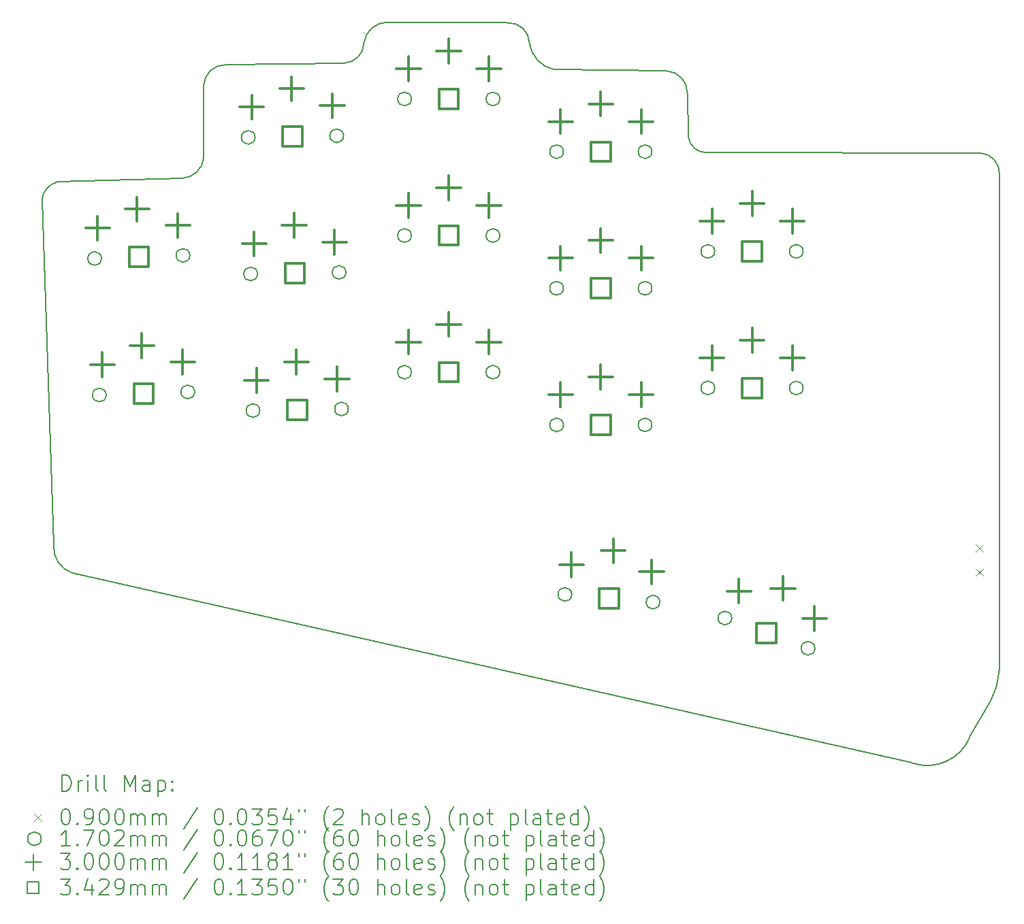
<source format=gbr>
%FSLAX45Y45*%
G04 Gerber Fmt 4.5, Leading zero omitted, Abs format (unit mm)*
G04 Created by KiCad (PCBNEW (6.0.4)) date 2022-05-15 06:34:34*
%MOMM*%
%LPD*%
G01*
G04 APERTURE LIST*
%TA.AperFunction,Profile*%
%ADD10C,0.150000*%
%TD*%
%ADD11C,0.200000*%
%ADD12C,0.090000*%
%ADD13C,0.170180*%
%ADD14C,0.300000*%
%ADD15C,0.342900*%
G04 APERTURE END LIST*
D10*
X6876071Y11748876D02*
X8349989Y11770082D01*
X12617390Y11393371D02*
G75*
G03*
X12363394Y11672771I-271530J8309D01*
G01*
X4777825Y10291467D02*
G75*
G03*
X4590315Y10069268I72865J-251707D01*
G01*
X4777824Y10291472D02*
X6337804Y10337803D01*
X10964034Y11689307D02*
X12363394Y11672771D01*
X10653483Y12016826D02*
G75*
G03*
X10964034Y11689307I386287J55284D01*
G01*
X16260102Y10651714D02*
X12862027Y10657058D01*
X12627814Y10859110D02*
G75*
G03*
X12862027Y10657058I222446J21080D01*
G01*
X8886230Y12279469D02*
X10376622Y12272233D01*
X15416015Y3060530D02*
G75*
G03*
X16129384Y3383688I183895J543010D01*
G01*
X15416016Y3060533D02*
X4965311Y5426860D01*
X4590315Y10069268D02*
X4737037Y5771464D01*
X4737036Y5771464D02*
G75*
G03*
X4965311Y5426860I338114J-23934D01*
G01*
X16390883Y3838022D02*
G75*
G03*
X16494826Y4216671I-780613J417878D01*
G01*
X8598719Y12147486D02*
X8598719Y12147486D01*
X6337803Y10337807D02*
G75*
G03*
X6603966Y10601430I-16014J282343D01*
G01*
X16494826Y4216671D02*
X16498230Y10381255D01*
X10653476Y12016825D02*
G75*
G03*
X10376622Y12272233I-257406J-1265D01*
G01*
X16129384Y3383688D02*
X16390883Y3838021D01*
X6603966Y11497686D02*
X6603966Y10601430D01*
X8349989Y11770083D02*
G75*
G03*
X8594801Y12020777I-11189J255807D01*
G01*
X12627819Y10859110D02*
X12617394Y11393371D01*
X16498224Y10381255D02*
G75*
G03*
X16260102Y10651714I-253545J16825D01*
G01*
X6876071Y11748877D02*
G75*
G03*
X6603966Y11497686I-8611J-263647D01*
G01*
X8886230Y12279468D02*
G75*
G03*
X8594801Y12020777I2030J-295788D01*
G01*
D11*
D12*
X16205014Y5779462D02*
X16295014Y5689462D01*
X16295014Y5779462D02*
X16205014Y5689462D01*
X16205014Y5479462D02*
X16295014Y5389462D01*
X16295014Y5479462D02*
X16205014Y5389462D01*
D13*
X5330978Y9339239D02*
G75*
G03*
X5330978Y9339239I-85090J0D01*
G01*
X5330978Y9339239D02*
G75*
G03*
X5330978Y9339239I-85090J0D01*
G01*
X5390307Y7640275D02*
G75*
G03*
X5390307Y7640275I-85090J0D01*
G01*
X5390307Y7640275D02*
G75*
G03*
X5390307Y7640275I-85090J0D01*
G01*
X6430308Y9377629D02*
G75*
G03*
X6430308Y9377629I-85090J0D01*
G01*
X6430308Y9377629D02*
G75*
G03*
X6430308Y9377629I-85090J0D01*
G01*
X6489637Y7678664D02*
G75*
G03*
X6489637Y7678664I-85090J0D01*
G01*
X6489637Y7678664D02*
G75*
G03*
X6489637Y7678664I-85090J0D01*
G01*
X7241509Y10846668D02*
G75*
G03*
X7241509Y10846668I-85090J0D01*
G01*
X7241509Y10846668D02*
G75*
G03*
X7241509Y10846668I-85090J0D01*
G01*
X7271178Y9146927D02*
G75*
G03*
X7271178Y9146927I-85090J0D01*
G01*
X7271178Y9146927D02*
G75*
G03*
X7271178Y9146927I-85090J0D01*
G01*
X7300847Y7447185D02*
G75*
G03*
X7300847Y7447185I-85090J0D01*
G01*
X7300847Y7447185D02*
G75*
G03*
X7300847Y7447185I-85090J0D01*
G01*
X8341341Y10865865D02*
G75*
G03*
X8341341Y10865865I-85090J0D01*
G01*
X8341341Y10865865D02*
G75*
G03*
X8341341Y10865865I-85090J0D01*
G01*
X8371010Y9166124D02*
G75*
G03*
X8371010Y9166124I-85090J0D01*
G01*
X8371010Y9166124D02*
G75*
G03*
X8371010Y9166124I-85090J0D01*
G01*
X8400679Y7466383D02*
G75*
G03*
X8400679Y7466383I-85090J0D01*
G01*
X8400679Y7466383D02*
G75*
G03*
X8400679Y7466383I-85090J0D01*
G01*
X9184672Y9624699D02*
G75*
G03*
X9184672Y9624699I-85090J0D01*
G01*
X9184672Y9624699D02*
G75*
G03*
X9184672Y9624699I-85090J0D01*
G01*
X9184672Y7924699D02*
G75*
G03*
X9184672Y7924699I-85090J0D01*
G01*
X9184672Y7924699D02*
G75*
G03*
X9184672Y7924699I-85090J0D01*
G01*
X9184672Y11324699D02*
G75*
G03*
X9184672Y11324699I-85090J0D01*
G01*
X9184672Y11324699D02*
G75*
G03*
X9184672Y11324699I-85090J0D01*
G01*
X10284672Y9624699D02*
G75*
G03*
X10284672Y9624699I-85090J0D01*
G01*
X10284672Y9624699D02*
G75*
G03*
X10284672Y9624699I-85090J0D01*
G01*
X10284672Y7924699D02*
G75*
G03*
X10284672Y7924699I-85090J0D01*
G01*
X10284672Y7924699D02*
G75*
G03*
X10284672Y7924699I-85090J0D01*
G01*
X10284672Y11324699D02*
G75*
G03*
X10284672Y11324699I-85090J0D01*
G01*
X10284672Y11324699D02*
G75*
G03*
X10284672Y11324699I-85090J0D01*
G01*
X11076199Y10668602D02*
G75*
G03*
X11076199Y10668602I-85090J0D01*
G01*
X11076199Y10668602D02*
G75*
G03*
X11076199Y10668602I-85090J0D01*
G01*
X11076199Y8968602D02*
G75*
G03*
X11076199Y8968602I-85090J0D01*
G01*
X11076199Y8968602D02*
G75*
G03*
X11076199Y8968602I-85090J0D01*
G01*
X11076199Y7268602D02*
G75*
G03*
X11076199Y7268602I-85090J0D01*
G01*
X11076199Y7268602D02*
G75*
G03*
X11076199Y7268602I-85090J0D01*
G01*
X11179291Y5159288D02*
G75*
G03*
X11179291Y5159288I-85090J0D01*
G01*
X11179291Y5159288D02*
G75*
G03*
X11179291Y5159288I-85090J0D01*
G01*
X12176199Y10668602D02*
G75*
G03*
X12176199Y10668602I-85090J0D01*
G01*
X12176199Y10668602D02*
G75*
G03*
X12176199Y10668602I-85090J0D01*
G01*
X12176199Y8968602D02*
G75*
G03*
X12176199Y8968602I-85090J0D01*
G01*
X12176199Y8968602D02*
G75*
G03*
X12176199Y8968602I-85090J0D01*
G01*
X12176199Y7268602D02*
G75*
G03*
X12176199Y7268602I-85090J0D01*
G01*
X12176199Y7268602D02*
G75*
G03*
X12176199Y7268602I-85090J0D01*
G01*
X12275105Y5063416D02*
G75*
G03*
X12275105Y5063416I-85090J0D01*
G01*
X12275105Y5063416D02*
G75*
G03*
X12275105Y5063416I-85090J0D01*
G01*
X12956918Y9427885D02*
G75*
G03*
X12956918Y9427885I-85090J0D01*
G01*
X12956918Y9427885D02*
G75*
G03*
X12956918Y9427885I-85090J0D01*
G01*
X12956918Y7727885D02*
G75*
G03*
X12956918Y7727885I-85090J0D01*
G01*
X12956918Y7727885D02*
G75*
G03*
X12956918Y7727885I-85090J0D01*
G01*
X13169301Y4865178D02*
G75*
G03*
X13169301Y4865178I-85090J0D01*
G01*
X13169301Y4865178D02*
G75*
G03*
X13169301Y4865178I-85090J0D01*
G01*
X14056918Y9427885D02*
G75*
G03*
X14056918Y9427885I-85090J0D01*
G01*
X14056918Y9427885D02*
G75*
G03*
X14056918Y9427885I-85090J0D01*
G01*
X14056918Y7727885D02*
G75*
G03*
X14056918Y7727885I-85090J0D01*
G01*
X14056918Y7727885D02*
G75*
G03*
X14056918Y7727885I-85090J0D01*
G01*
X14202963Y4488956D02*
G75*
G03*
X14202963Y4488956I-85090J0D01*
G01*
X14202963Y4488956D02*
G75*
G03*
X14202963Y4488956I-85090J0D01*
G01*
D14*
X5282770Y9865756D02*
X5282770Y9565756D01*
X5132770Y9715756D02*
X5432770Y9715756D01*
X5342099Y8166791D02*
X5342099Y7866791D01*
X5192099Y8016791D02*
X5492099Y8016791D01*
X5774788Y10103072D02*
X5774788Y9803072D01*
X5624788Y9953072D02*
X5924788Y9953072D01*
X5774788Y10103072D02*
X5774788Y9803072D01*
X5624788Y9953072D02*
X5924788Y9953072D01*
X5834117Y8404107D02*
X5834117Y8104107D01*
X5684117Y8254107D02*
X5984117Y8254107D01*
X5834117Y8404107D02*
X5834117Y8104107D01*
X5684117Y8254107D02*
X5984117Y8254107D01*
X6282161Y9900655D02*
X6282161Y9600655D01*
X6132161Y9750655D02*
X6432161Y9750655D01*
X6341490Y8201691D02*
X6341490Y7901691D01*
X6191490Y8051691D02*
X6491490Y8051691D01*
X7199866Y11372483D02*
X7199866Y11072483D01*
X7049866Y11222483D02*
X7349866Y11222483D01*
X7229535Y9672742D02*
X7229535Y9372742D01*
X7079535Y9522742D02*
X7379535Y9522742D01*
X7259205Y7973001D02*
X7259205Y7673001D01*
X7109205Y7823001D02*
X7409205Y7823001D01*
X7695951Y11601176D02*
X7695951Y11301176D01*
X7545951Y11451176D02*
X7845951Y11451176D01*
X7695951Y11601176D02*
X7695951Y11301176D01*
X7545951Y11451176D02*
X7845951Y11451176D01*
X7725620Y9901435D02*
X7725620Y9601435D01*
X7575620Y9751435D02*
X7875620Y9751435D01*
X7725620Y9901435D02*
X7725620Y9601435D01*
X7575620Y9751435D02*
X7875620Y9751435D01*
X7755289Y8201694D02*
X7755289Y7901694D01*
X7605289Y8051694D02*
X7905289Y8051694D01*
X7755289Y8201694D02*
X7755289Y7901694D01*
X7605289Y8051694D02*
X7905289Y8051694D01*
X8199714Y11389935D02*
X8199714Y11089935D01*
X8049714Y11239935D02*
X8349714Y11239935D01*
X8229383Y9690194D02*
X8229383Y9390194D01*
X8079383Y9540194D02*
X8379383Y9540194D01*
X8259052Y7990453D02*
X8259052Y7690453D01*
X8109052Y7840453D02*
X8409052Y7840453D01*
X9149582Y10149699D02*
X9149582Y9849699D01*
X8999582Y9999699D02*
X9299582Y9999699D01*
X9149582Y8449699D02*
X9149582Y8149699D01*
X8999582Y8299699D02*
X9299582Y8299699D01*
X9149582Y11849699D02*
X9149582Y11549699D01*
X8999582Y11699699D02*
X9299582Y11699699D01*
X9649582Y10369699D02*
X9649582Y10069699D01*
X9499582Y10219699D02*
X9799582Y10219699D01*
X9649582Y10369699D02*
X9649582Y10069699D01*
X9499582Y10219699D02*
X9799582Y10219699D01*
X9649582Y8669699D02*
X9649582Y8369699D01*
X9499582Y8519699D02*
X9799582Y8519699D01*
X9649582Y8669699D02*
X9649582Y8369699D01*
X9499582Y8519699D02*
X9799582Y8519699D01*
X9649582Y12069699D02*
X9649582Y11769699D01*
X9499582Y11919699D02*
X9799582Y11919699D01*
X9649582Y12069699D02*
X9649582Y11769699D01*
X9499582Y11919699D02*
X9799582Y11919699D01*
X10149582Y10149699D02*
X10149582Y9849699D01*
X9999582Y9999699D02*
X10299582Y9999699D01*
X10149582Y8449699D02*
X10149582Y8149699D01*
X9999582Y8299699D02*
X10299582Y8299699D01*
X10149582Y11849699D02*
X10149582Y11549699D01*
X9999582Y11699699D02*
X10299582Y11699699D01*
X11041109Y11193602D02*
X11041109Y10893602D01*
X10891109Y11043602D02*
X11191109Y11043602D01*
X11041109Y9493602D02*
X11041109Y9193602D01*
X10891109Y9343602D02*
X11191109Y9343602D01*
X11041109Y7793602D02*
X11041109Y7493602D01*
X10891109Y7643602D02*
X11191109Y7643602D01*
X11176695Y5678503D02*
X11176695Y5378503D01*
X11026695Y5528503D02*
X11326694Y5528503D01*
X11541109Y11413602D02*
X11541109Y11113602D01*
X11391109Y11263602D02*
X11691109Y11263602D01*
X11541109Y11413602D02*
X11541109Y11113602D01*
X11391109Y11263602D02*
X11691109Y11263602D01*
X11541109Y9713602D02*
X11541109Y9413602D01*
X11391109Y9563602D02*
X11691109Y9563602D01*
X11541109Y9713602D02*
X11541109Y9413602D01*
X11391109Y9563602D02*
X11691109Y9563602D01*
X11541109Y8013602D02*
X11541109Y7713602D01*
X11391109Y7863602D02*
X11691109Y7863602D01*
X11541109Y8013602D02*
X11541109Y7713602D01*
X11391109Y7863602D02*
X11691109Y7863602D01*
X11693966Y5854088D02*
X11693966Y5554088D01*
X11543966Y5704088D02*
X11843966Y5704088D01*
X11693966Y5854088D02*
X11693966Y5554088D01*
X11543966Y5704088D02*
X11843966Y5704088D01*
X12041109Y11193602D02*
X12041109Y10893602D01*
X11891109Y11043602D02*
X12191109Y11043602D01*
X12041109Y9493602D02*
X12041109Y9193602D01*
X11891109Y9343602D02*
X12191109Y9343602D01*
X12041109Y7793602D02*
X12041109Y7493602D01*
X11891109Y7643602D02*
X12191109Y7643602D01*
X12172889Y5591347D02*
X12172889Y5291347D01*
X12022889Y5441347D02*
X12322889Y5441347D01*
X12921828Y9952885D02*
X12921828Y9652885D01*
X12771828Y9802885D02*
X13071828Y9802885D01*
X12921828Y8252885D02*
X12921828Y7952885D01*
X12771828Y8102885D02*
X13071828Y8102885D01*
X13259453Y5350462D02*
X13259453Y5050462D01*
X13109453Y5200462D02*
X13409453Y5200462D01*
X13421828Y10172885D02*
X13421828Y9872885D01*
X13271828Y10022885D02*
X13571828Y10022885D01*
X13421828Y10172885D02*
X13421828Y9872885D01*
X13271828Y10022885D02*
X13571828Y10022885D01*
X13421828Y8472885D02*
X13421828Y8172885D01*
X13271828Y8322885D02*
X13571828Y8322885D01*
X13421828Y8472885D02*
X13421828Y8172885D01*
X13271828Y8322885D02*
X13571828Y8322885D01*
X13804544Y5386184D02*
X13804544Y5086184D01*
X13654544Y5236184D02*
X13954544Y5236184D01*
X13804544Y5386184D02*
X13804544Y5086184D01*
X13654544Y5236184D02*
X13954544Y5236184D01*
X13921828Y9952885D02*
X13921828Y9652885D01*
X13771828Y9802885D02*
X14071828Y9802885D01*
X13921828Y8252885D02*
X13921828Y7952885D01*
X13771828Y8102885D02*
X14071828Y8102885D01*
X14199146Y5008442D02*
X14199146Y4708442D01*
X14049146Y4858442D02*
X14349146Y4858442D01*
D15*
X5916787Y9237200D02*
X5916787Y9479669D01*
X5674318Y9479669D01*
X5674318Y9237200D01*
X5916787Y9237200D01*
X5916787Y9237200D02*
X5916787Y9479669D01*
X5674318Y9479669D01*
X5674318Y9237200D01*
X5916787Y9237200D01*
X5976117Y7538235D02*
X5976117Y7780704D01*
X5733647Y7780704D01*
X5733647Y7538235D01*
X5976117Y7538235D01*
X5976117Y7538235D02*
X5976117Y7780704D01*
X5733647Y7780704D01*
X5733647Y7538235D01*
X5976117Y7538235D01*
X7827569Y10735032D02*
X7827569Y10977501D01*
X7585100Y10977501D01*
X7585100Y10735032D01*
X7827569Y10735032D01*
X7827569Y10735032D02*
X7827569Y10977501D01*
X7585100Y10977501D01*
X7585100Y10735032D01*
X7827569Y10735032D01*
X7857239Y9035291D02*
X7857239Y9277760D01*
X7614769Y9277760D01*
X7614769Y9035291D01*
X7857239Y9035291D01*
X7857239Y9035291D02*
X7857239Y9277760D01*
X7614769Y9277760D01*
X7614769Y9035291D01*
X7857239Y9035291D01*
X7886908Y7335550D02*
X7886908Y7578019D01*
X7644439Y7578019D01*
X7644439Y7335550D01*
X7886908Y7335550D01*
X7886908Y7335550D02*
X7886908Y7578019D01*
X7644439Y7578019D01*
X7644439Y7335550D01*
X7886908Y7335550D01*
X9770816Y9503464D02*
X9770816Y9745934D01*
X9528347Y9745934D01*
X9528347Y9503464D01*
X9770816Y9503464D01*
X9770816Y9503464D02*
X9770816Y9745934D01*
X9528347Y9745934D01*
X9528347Y9503464D01*
X9770816Y9503464D01*
X9770816Y7803464D02*
X9770816Y8045933D01*
X9528347Y8045933D01*
X9528347Y7803464D01*
X9770816Y7803464D01*
X9770816Y7803464D02*
X9770816Y8045933D01*
X9528347Y8045933D01*
X9528347Y7803464D01*
X9770816Y7803464D01*
X9770816Y11203464D02*
X9770816Y11445933D01*
X9528347Y11445933D01*
X9528347Y11203464D01*
X9770816Y11203464D01*
X9770816Y11203464D02*
X9770816Y11445933D01*
X9528347Y11445933D01*
X9528347Y11203464D01*
X9770816Y11203464D01*
X11662343Y10547367D02*
X11662343Y10789836D01*
X11419874Y10789836D01*
X11419874Y10547367D01*
X11662343Y10547367D01*
X11662343Y10547367D02*
X11662343Y10789836D01*
X11419874Y10789836D01*
X11419874Y10547367D01*
X11662343Y10547367D01*
X11662343Y8847367D02*
X11662343Y9089836D01*
X11419874Y9089836D01*
X11419874Y8847367D01*
X11662343Y8847367D01*
X11662343Y8847367D02*
X11662343Y9089836D01*
X11419874Y9089836D01*
X11419874Y8847367D01*
X11662343Y8847367D01*
X11662343Y7147367D02*
X11662343Y7389836D01*
X11419874Y7389836D01*
X11419874Y7147367D01*
X11662343Y7147367D01*
X11662343Y7147367D02*
X11662343Y7389836D01*
X11419874Y7389836D01*
X11419874Y7147367D01*
X11662343Y7147367D01*
X11763343Y4990117D02*
X11763343Y5232587D01*
X11520874Y5232587D01*
X11520874Y4990117D01*
X11763343Y4990117D01*
X11763343Y4990117D02*
X11763343Y5232587D01*
X11520874Y5232587D01*
X11520874Y4990117D01*
X11763343Y4990117D01*
X13543063Y9306651D02*
X13543063Y9549120D01*
X13300593Y9549120D01*
X13300593Y9306651D01*
X13543063Y9306651D01*
X13543063Y9306651D02*
X13543063Y9549120D01*
X13300593Y9549120D01*
X13300593Y9306651D01*
X13543063Y9306651D01*
X13543063Y7606651D02*
X13543063Y7849120D01*
X13300593Y7849120D01*
X13300593Y7606651D01*
X13543063Y7606651D01*
X13543063Y7606651D02*
X13543063Y7849120D01*
X13300593Y7849120D01*
X13300593Y7606651D01*
X13543063Y7606651D01*
X13722276Y4555832D02*
X13722276Y4798302D01*
X13479807Y4798302D01*
X13479807Y4555832D01*
X13722276Y4555832D01*
X13722276Y4555832D02*
X13722276Y4798302D01*
X13479807Y4798302D01*
X13479807Y4555832D01*
X13722276Y4555832D01*
D11*
X4840434Y2712260D02*
X4840434Y2912260D01*
X4888053Y2912260D01*
X4916625Y2902736D01*
X4935673Y2883689D01*
X4945196Y2864641D01*
X4954720Y2826546D01*
X4954720Y2797974D01*
X4945196Y2759879D01*
X4935673Y2740832D01*
X4916625Y2721784D01*
X4888053Y2712260D01*
X4840434Y2712260D01*
X5040434Y2712260D02*
X5040434Y2845593D01*
X5040434Y2807498D02*
X5049958Y2826546D01*
X5059482Y2836070D01*
X5078530Y2845593D01*
X5097577Y2845593D01*
X5164244Y2712260D02*
X5164244Y2845593D01*
X5164244Y2912260D02*
X5154720Y2902736D01*
X5164244Y2893212D01*
X5173768Y2902736D01*
X5164244Y2912260D01*
X5164244Y2893212D01*
X5288053Y2712260D02*
X5269006Y2721784D01*
X5259482Y2740832D01*
X5259482Y2912260D01*
X5392815Y2712260D02*
X5373768Y2721784D01*
X5364244Y2740832D01*
X5364244Y2912260D01*
X5621387Y2712260D02*
X5621387Y2912260D01*
X5688053Y2769403D01*
X5754720Y2912260D01*
X5754720Y2712260D01*
X5935672Y2712260D02*
X5935672Y2817022D01*
X5926149Y2836070D01*
X5907101Y2845593D01*
X5869006Y2845593D01*
X5849958Y2836070D01*
X5935672Y2721784D02*
X5916625Y2712260D01*
X5869006Y2712260D01*
X5849958Y2721784D01*
X5840434Y2740832D01*
X5840434Y2759879D01*
X5849958Y2778927D01*
X5869006Y2788451D01*
X5916625Y2788451D01*
X5935672Y2797974D01*
X6030911Y2845593D02*
X6030911Y2645593D01*
X6030911Y2836070D02*
X6049958Y2845593D01*
X6088053Y2845593D01*
X6107101Y2836070D01*
X6116625Y2826546D01*
X6126149Y2807498D01*
X6126149Y2750355D01*
X6116625Y2731308D01*
X6107101Y2721784D01*
X6088053Y2712260D01*
X6049958Y2712260D01*
X6030911Y2721784D01*
X6211863Y2731308D02*
X6221387Y2721784D01*
X6211863Y2712260D01*
X6202339Y2721784D01*
X6211863Y2731308D01*
X6211863Y2712260D01*
X6211863Y2836070D02*
X6221387Y2826546D01*
X6211863Y2817022D01*
X6202339Y2826546D01*
X6211863Y2836070D01*
X6211863Y2817022D01*
D12*
X4492815Y2427736D02*
X4582815Y2337736D01*
X4582815Y2427736D02*
X4492815Y2337736D01*
D11*
X4878530Y2492260D02*
X4897577Y2492260D01*
X4916625Y2482736D01*
X4926149Y2473212D01*
X4935673Y2454165D01*
X4945196Y2416070D01*
X4945196Y2368451D01*
X4935673Y2330355D01*
X4926149Y2311308D01*
X4916625Y2301784D01*
X4897577Y2292260D01*
X4878530Y2292260D01*
X4859482Y2301784D01*
X4849958Y2311308D01*
X4840434Y2330355D01*
X4830911Y2368451D01*
X4830911Y2416070D01*
X4840434Y2454165D01*
X4849958Y2473212D01*
X4859482Y2482736D01*
X4878530Y2492260D01*
X5030911Y2311308D02*
X5040434Y2301784D01*
X5030911Y2292260D01*
X5021387Y2301784D01*
X5030911Y2311308D01*
X5030911Y2292260D01*
X5135673Y2292260D02*
X5173768Y2292260D01*
X5192815Y2301784D01*
X5202339Y2311308D01*
X5221387Y2339879D01*
X5230911Y2377974D01*
X5230911Y2454165D01*
X5221387Y2473212D01*
X5211863Y2482736D01*
X5192815Y2492260D01*
X5154720Y2492260D01*
X5135673Y2482736D01*
X5126149Y2473212D01*
X5116625Y2454165D01*
X5116625Y2406546D01*
X5126149Y2387498D01*
X5135673Y2377974D01*
X5154720Y2368451D01*
X5192815Y2368451D01*
X5211863Y2377974D01*
X5221387Y2387498D01*
X5230911Y2406546D01*
X5354720Y2492260D02*
X5373768Y2492260D01*
X5392815Y2482736D01*
X5402339Y2473212D01*
X5411863Y2454165D01*
X5421387Y2416070D01*
X5421387Y2368451D01*
X5411863Y2330355D01*
X5402339Y2311308D01*
X5392815Y2301784D01*
X5373768Y2292260D01*
X5354720Y2292260D01*
X5335673Y2301784D01*
X5326149Y2311308D01*
X5316625Y2330355D01*
X5307101Y2368451D01*
X5307101Y2416070D01*
X5316625Y2454165D01*
X5326149Y2473212D01*
X5335673Y2482736D01*
X5354720Y2492260D01*
X5545196Y2492260D02*
X5564244Y2492260D01*
X5583292Y2482736D01*
X5592815Y2473212D01*
X5602339Y2454165D01*
X5611863Y2416070D01*
X5611863Y2368451D01*
X5602339Y2330355D01*
X5592815Y2311308D01*
X5583292Y2301784D01*
X5564244Y2292260D01*
X5545196Y2292260D01*
X5526149Y2301784D01*
X5516625Y2311308D01*
X5507101Y2330355D01*
X5497577Y2368451D01*
X5497577Y2416070D01*
X5507101Y2454165D01*
X5516625Y2473212D01*
X5526149Y2482736D01*
X5545196Y2492260D01*
X5697577Y2292260D02*
X5697577Y2425593D01*
X5697577Y2406546D02*
X5707101Y2416070D01*
X5726149Y2425593D01*
X5754720Y2425593D01*
X5773768Y2416070D01*
X5783291Y2397022D01*
X5783291Y2292260D01*
X5783291Y2397022D02*
X5792815Y2416070D01*
X5811863Y2425593D01*
X5840434Y2425593D01*
X5859482Y2416070D01*
X5869006Y2397022D01*
X5869006Y2292260D01*
X5964244Y2292260D02*
X5964244Y2425593D01*
X5964244Y2406546D02*
X5973768Y2416070D01*
X5992815Y2425593D01*
X6021387Y2425593D01*
X6040434Y2416070D01*
X6049958Y2397022D01*
X6049958Y2292260D01*
X6049958Y2397022D02*
X6059482Y2416070D01*
X6078530Y2425593D01*
X6107101Y2425593D01*
X6126149Y2416070D01*
X6135672Y2397022D01*
X6135672Y2292260D01*
X6526149Y2501784D02*
X6354720Y2244641D01*
X6783291Y2492260D02*
X6802339Y2492260D01*
X6821387Y2482736D01*
X6830911Y2473212D01*
X6840434Y2454165D01*
X6849958Y2416070D01*
X6849958Y2368451D01*
X6840434Y2330355D01*
X6830911Y2311308D01*
X6821387Y2301784D01*
X6802339Y2292260D01*
X6783291Y2292260D01*
X6764244Y2301784D01*
X6754720Y2311308D01*
X6745196Y2330355D01*
X6735672Y2368451D01*
X6735672Y2416070D01*
X6745196Y2454165D01*
X6754720Y2473212D01*
X6764244Y2482736D01*
X6783291Y2492260D01*
X6935672Y2311308D02*
X6945196Y2301784D01*
X6935672Y2292260D01*
X6926149Y2301784D01*
X6935672Y2311308D01*
X6935672Y2292260D01*
X7069006Y2492260D02*
X7088053Y2492260D01*
X7107101Y2482736D01*
X7116625Y2473212D01*
X7126149Y2454165D01*
X7135672Y2416070D01*
X7135672Y2368451D01*
X7126149Y2330355D01*
X7116625Y2311308D01*
X7107101Y2301784D01*
X7088053Y2292260D01*
X7069006Y2292260D01*
X7049958Y2301784D01*
X7040434Y2311308D01*
X7030911Y2330355D01*
X7021387Y2368451D01*
X7021387Y2416070D01*
X7030911Y2454165D01*
X7040434Y2473212D01*
X7049958Y2482736D01*
X7069006Y2492260D01*
X7202339Y2492260D02*
X7326149Y2492260D01*
X7259482Y2416070D01*
X7288053Y2416070D01*
X7307101Y2406546D01*
X7316625Y2397022D01*
X7326149Y2377974D01*
X7326149Y2330355D01*
X7316625Y2311308D01*
X7307101Y2301784D01*
X7288053Y2292260D01*
X7230911Y2292260D01*
X7211863Y2301784D01*
X7202339Y2311308D01*
X7507101Y2492260D02*
X7411863Y2492260D01*
X7402339Y2397022D01*
X7411863Y2406546D01*
X7430911Y2416070D01*
X7478530Y2416070D01*
X7497577Y2406546D01*
X7507101Y2397022D01*
X7516625Y2377974D01*
X7516625Y2330355D01*
X7507101Y2311308D01*
X7497577Y2301784D01*
X7478530Y2292260D01*
X7430911Y2292260D01*
X7411863Y2301784D01*
X7402339Y2311308D01*
X7688053Y2425593D02*
X7688053Y2292260D01*
X7640434Y2501784D02*
X7592815Y2358927D01*
X7716625Y2358927D01*
X7783291Y2492260D02*
X7783291Y2454165D01*
X7859482Y2492260D02*
X7859482Y2454165D01*
X8154720Y2216070D02*
X8145196Y2225593D01*
X8126149Y2254165D01*
X8116625Y2273212D01*
X8107101Y2301784D01*
X8097577Y2349403D01*
X8097577Y2387498D01*
X8107101Y2435117D01*
X8116625Y2463689D01*
X8126149Y2482736D01*
X8145196Y2511308D01*
X8154720Y2520832D01*
X8221387Y2473212D02*
X8230911Y2482736D01*
X8249958Y2492260D01*
X8297577Y2492260D01*
X8316625Y2482736D01*
X8326149Y2473212D01*
X8335672Y2454165D01*
X8335672Y2435117D01*
X8326149Y2406546D01*
X8211863Y2292260D01*
X8335672Y2292260D01*
X8573768Y2292260D02*
X8573768Y2492260D01*
X8659482Y2292260D02*
X8659482Y2397022D01*
X8649958Y2416070D01*
X8630911Y2425593D01*
X8602339Y2425593D01*
X8583292Y2416070D01*
X8573768Y2406546D01*
X8783292Y2292260D02*
X8764244Y2301784D01*
X8754720Y2311308D01*
X8745196Y2330355D01*
X8745196Y2387498D01*
X8754720Y2406546D01*
X8764244Y2416070D01*
X8783292Y2425593D01*
X8811863Y2425593D01*
X8830911Y2416070D01*
X8840434Y2406546D01*
X8849958Y2387498D01*
X8849958Y2330355D01*
X8840434Y2311308D01*
X8830911Y2301784D01*
X8811863Y2292260D01*
X8783292Y2292260D01*
X8964244Y2292260D02*
X8945196Y2301784D01*
X8935673Y2320832D01*
X8935673Y2492260D01*
X9116625Y2301784D02*
X9097577Y2292260D01*
X9059482Y2292260D01*
X9040434Y2301784D01*
X9030911Y2320832D01*
X9030911Y2397022D01*
X9040434Y2416070D01*
X9059482Y2425593D01*
X9097577Y2425593D01*
X9116625Y2416070D01*
X9126149Y2397022D01*
X9126149Y2377974D01*
X9030911Y2358927D01*
X9202339Y2301784D02*
X9221387Y2292260D01*
X9259482Y2292260D01*
X9278530Y2301784D01*
X9288053Y2320832D01*
X9288053Y2330355D01*
X9278530Y2349403D01*
X9259482Y2358927D01*
X9230911Y2358927D01*
X9211863Y2368451D01*
X9202339Y2387498D01*
X9202339Y2397022D01*
X9211863Y2416070D01*
X9230911Y2425593D01*
X9259482Y2425593D01*
X9278530Y2416070D01*
X9354720Y2216070D02*
X9364244Y2225593D01*
X9383292Y2254165D01*
X9392815Y2273212D01*
X9402339Y2301784D01*
X9411863Y2349403D01*
X9411863Y2387498D01*
X9402339Y2435117D01*
X9392815Y2463689D01*
X9383292Y2482736D01*
X9364244Y2511308D01*
X9354720Y2520832D01*
X9716625Y2216070D02*
X9707101Y2225593D01*
X9688053Y2254165D01*
X9678530Y2273212D01*
X9669006Y2301784D01*
X9659482Y2349403D01*
X9659482Y2387498D01*
X9669006Y2435117D01*
X9678530Y2463689D01*
X9688053Y2482736D01*
X9707101Y2511308D01*
X9716625Y2520832D01*
X9792815Y2425593D02*
X9792815Y2292260D01*
X9792815Y2406546D02*
X9802339Y2416070D01*
X9821387Y2425593D01*
X9849958Y2425593D01*
X9869006Y2416070D01*
X9878530Y2397022D01*
X9878530Y2292260D01*
X10002339Y2292260D02*
X9983292Y2301784D01*
X9973768Y2311308D01*
X9964244Y2330355D01*
X9964244Y2387498D01*
X9973768Y2406546D01*
X9983292Y2416070D01*
X10002339Y2425593D01*
X10030911Y2425593D01*
X10049958Y2416070D01*
X10059482Y2406546D01*
X10069006Y2387498D01*
X10069006Y2330355D01*
X10059482Y2311308D01*
X10049958Y2301784D01*
X10030911Y2292260D01*
X10002339Y2292260D01*
X10126149Y2425593D02*
X10202339Y2425593D01*
X10154720Y2492260D02*
X10154720Y2320832D01*
X10164244Y2301784D01*
X10183292Y2292260D01*
X10202339Y2292260D01*
X10421387Y2425593D02*
X10421387Y2225593D01*
X10421387Y2416070D02*
X10440434Y2425593D01*
X10478530Y2425593D01*
X10497577Y2416070D01*
X10507101Y2406546D01*
X10516625Y2387498D01*
X10516625Y2330355D01*
X10507101Y2311308D01*
X10497577Y2301784D01*
X10478530Y2292260D01*
X10440434Y2292260D01*
X10421387Y2301784D01*
X10630911Y2292260D02*
X10611863Y2301784D01*
X10602339Y2320832D01*
X10602339Y2492260D01*
X10792815Y2292260D02*
X10792815Y2397022D01*
X10783292Y2416070D01*
X10764244Y2425593D01*
X10726149Y2425593D01*
X10707101Y2416070D01*
X10792815Y2301784D02*
X10773768Y2292260D01*
X10726149Y2292260D01*
X10707101Y2301784D01*
X10697577Y2320832D01*
X10697577Y2339879D01*
X10707101Y2358927D01*
X10726149Y2368451D01*
X10773768Y2368451D01*
X10792815Y2377974D01*
X10859482Y2425593D02*
X10935673Y2425593D01*
X10888053Y2492260D02*
X10888053Y2320832D01*
X10897577Y2301784D01*
X10916625Y2292260D01*
X10935673Y2292260D01*
X11078530Y2301784D02*
X11059482Y2292260D01*
X11021387Y2292260D01*
X11002339Y2301784D01*
X10992815Y2320832D01*
X10992815Y2397022D01*
X11002339Y2416070D01*
X11021387Y2425593D01*
X11059482Y2425593D01*
X11078530Y2416070D01*
X11088053Y2397022D01*
X11088053Y2377974D01*
X10992815Y2358927D01*
X11259482Y2292260D02*
X11259482Y2492260D01*
X11259482Y2301784D02*
X11240434Y2292260D01*
X11202339Y2292260D01*
X11183292Y2301784D01*
X11173768Y2311308D01*
X11164244Y2330355D01*
X11164244Y2387498D01*
X11173768Y2406546D01*
X11183292Y2416070D01*
X11202339Y2425593D01*
X11240434Y2425593D01*
X11259482Y2416070D01*
X11335672Y2216070D02*
X11345196Y2225593D01*
X11364244Y2254165D01*
X11373768Y2273212D01*
X11383291Y2301784D01*
X11392815Y2349403D01*
X11392815Y2387498D01*
X11383291Y2435117D01*
X11373768Y2463689D01*
X11364244Y2482736D01*
X11345196Y2511308D01*
X11335672Y2520832D01*
D13*
X4582815Y2118736D02*
G75*
G03*
X4582815Y2118736I-85090J0D01*
G01*
D11*
X4945196Y2028260D02*
X4830911Y2028260D01*
X4888053Y2028260D02*
X4888053Y2228260D01*
X4869006Y2199689D01*
X4849958Y2180641D01*
X4830911Y2171117D01*
X5030911Y2047308D02*
X5040434Y2037784D01*
X5030911Y2028260D01*
X5021387Y2037784D01*
X5030911Y2047308D01*
X5030911Y2028260D01*
X5107101Y2228260D02*
X5240434Y2228260D01*
X5154720Y2028260D01*
X5354720Y2228260D02*
X5373768Y2228260D01*
X5392815Y2218736D01*
X5402339Y2209212D01*
X5411863Y2190165D01*
X5421387Y2152070D01*
X5421387Y2104451D01*
X5411863Y2066355D01*
X5402339Y2047308D01*
X5392815Y2037784D01*
X5373768Y2028260D01*
X5354720Y2028260D01*
X5335673Y2037784D01*
X5326149Y2047308D01*
X5316625Y2066355D01*
X5307101Y2104451D01*
X5307101Y2152070D01*
X5316625Y2190165D01*
X5326149Y2209212D01*
X5335673Y2218736D01*
X5354720Y2228260D01*
X5497577Y2209212D02*
X5507101Y2218736D01*
X5526149Y2228260D01*
X5573768Y2228260D01*
X5592815Y2218736D01*
X5602339Y2209212D01*
X5611863Y2190165D01*
X5611863Y2171117D01*
X5602339Y2142546D01*
X5488053Y2028260D01*
X5611863Y2028260D01*
X5697577Y2028260D02*
X5697577Y2161593D01*
X5697577Y2142546D02*
X5707101Y2152070D01*
X5726149Y2161593D01*
X5754720Y2161593D01*
X5773768Y2152070D01*
X5783291Y2133022D01*
X5783291Y2028260D01*
X5783291Y2133022D02*
X5792815Y2152070D01*
X5811863Y2161593D01*
X5840434Y2161593D01*
X5859482Y2152070D01*
X5869006Y2133022D01*
X5869006Y2028260D01*
X5964244Y2028260D02*
X5964244Y2161593D01*
X5964244Y2142546D02*
X5973768Y2152070D01*
X5992815Y2161593D01*
X6021387Y2161593D01*
X6040434Y2152070D01*
X6049958Y2133022D01*
X6049958Y2028260D01*
X6049958Y2133022D02*
X6059482Y2152070D01*
X6078530Y2161593D01*
X6107101Y2161593D01*
X6126149Y2152070D01*
X6135672Y2133022D01*
X6135672Y2028260D01*
X6526149Y2237784D02*
X6354720Y1980641D01*
X6783291Y2228260D02*
X6802339Y2228260D01*
X6821387Y2218736D01*
X6830911Y2209212D01*
X6840434Y2190165D01*
X6849958Y2152070D01*
X6849958Y2104451D01*
X6840434Y2066355D01*
X6830911Y2047308D01*
X6821387Y2037784D01*
X6802339Y2028260D01*
X6783291Y2028260D01*
X6764244Y2037784D01*
X6754720Y2047308D01*
X6745196Y2066355D01*
X6735672Y2104451D01*
X6735672Y2152070D01*
X6745196Y2190165D01*
X6754720Y2209212D01*
X6764244Y2218736D01*
X6783291Y2228260D01*
X6935672Y2047308D02*
X6945196Y2037784D01*
X6935672Y2028260D01*
X6926149Y2037784D01*
X6935672Y2047308D01*
X6935672Y2028260D01*
X7069006Y2228260D02*
X7088053Y2228260D01*
X7107101Y2218736D01*
X7116625Y2209212D01*
X7126149Y2190165D01*
X7135672Y2152070D01*
X7135672Y2104451D01*
X7126149Y2066355D01*
X7116625Y2047308D01*
X7107101Y2037784D01*
X7088053Y2028260D01*
X7069006Y2028260D01*
X7049958Y2037784D01*
X7040434Y2047308D01*
X7030911Y2066355D01*
X7021387Y2104451D01*
X7021387Y2152070D01*
X7030911Y2190165D01*
X7040434Y2209212D01*
X7049958Y2218736D01*
X7069006Y2228260D01*
X7307101Y2228260D02*
X7269006Y2228260D01*
X7249958Y2218736D01*
X7240434Y2209212D01*
X7221387Y2180641D01*
X7211863Y2142546D01*
X7211863Y2066355D01*
X7221387Y2047308D01*
X7230911Y2037784D01*
X7249958Y2028260D01*
X7288053Y2028260D01*
X7307101Y2037784D01*
X7316625Y2047308D01*
X7326149Y2066355D01*
X7326149Y2113974D01*
X7316625Y2133022D01*
X7307101Y2142546D01*
X7288053Y2152070D01*
X7249958Y2152070D01*
X7230911Y2142546D01*
X7221387Y2133022D01*
X7211863Y2113974D01*
X7392815Y2228260D02*
X7526149Y2228260D01*
X7440434Y2028260D01*
X7640434Y2228260D02*
X7659482Y2228260D01*
X7678530Y2218736D01*
X7688053Y2209212D01*
X7697577Y2190165D01*
X7707101Y2152070D01*
X7707101Y2104451D01*
X7697577Y2066355D01*
X7688053Y2047308D01*
X7678530Y2037784D01*
X7659482Y2028260D01*
X7640434Y2028260D01*
X7621387Y2037784D01*
X7611863Y2047308D01*
X7602339Y2066355D01*
X7592815Y2104451D01*
X7592815Y2152070D01*
X7602339Y2190165D01*
X7611863Y2209212D01*
X7621387Y2218736D01*
X7640434Y2228260D01*
X7783291Y2228260D02*
X7783291Y2190165D01*
X7859482Y2228260D02*
X7859482Y2190165D01*
X8154720Y1952070D02*
X8145196Y1961593D01*
X8126149Y1990165D01*
X8116625Y2009212D01*
X8107101Y2037784D01*
X8097577Y2085403D01*
X8097577Y2123498D01*
X8107101Y2171117D01*
X8116625Y2199689D01*
X8126149Y2218736D01*
X8145196Y2247308D01*
X8154720Y2256832D01*
X8316625Y2228260D02*
X8278530Y2228260D01*
X8259482Y2218736D01*
X8249958Y2209212D01*
X8230911Y2180641D01*
X8221387Y2142546D01*
X8221387Y2066355D01*
X8230911Y2047308D01*
X8240434Y2037784D01*
X8259482Y2028260D01*
X8297577Y2028260D01*
X8316625Y2037784D01*
X8326149Y2047308D01*
X8335672Y2066355D01*
X8335672Y2113974D01*
X8326149Y2133022D01*
X8316625Y2142546D01*
X8297577Y2152070D01*
X8259482Y2152070D01*
X8240434Y2142546D01*
X8230911Y2133022D01*
X8221387Y2113974D01*
X8459482Y2228260D02*
X8478530Y2228260D01*
X8497577Y2218736D01*
X8507101Y2209212D01*
X8516625Y2190165D01*
X8526149Y2152070D01*
X8526149Y2104451D01*
X8516625Y2066355D01*
X8507101Y2047308D01*
X8497577Y2037784D01*
X8478530Y2028260D01*
X8459482Y2028260D01*
X8440434Y2037784D01*
X8430911Y2047308D01*
X8421387Y2066355D01*
X8411863Y2104451D01*
X8411863Y2152070D01*
X8421387Y2190165D01*
X8430911Y2209212D01*
X8440434Y2218736D01*
X8459482Y2228260D01*
X8764244Y2028260D02*
X8764244Y2228260D01*
X8849958Y2028260D02*
X8849958Y2133022D01*
X8840434Y2152070D01*
X8821387Y2161593D01*
X8792815Y2161593D01*
X8773768Y2152070D01*
X8764244Y2142546D01*
X8973768Y2028260D02*
X8954720Y2037784D01*
X8945196Y2047308D01*
X8935673Y2066355D01*
X8935673Y2123498D01*
X8945196Y2142546D01*
X8954720Y2152070D01*
X8973768Y2161593D01*
X9002339Y2161593D01*
X9021387Y2152070D01*
X9030911Y2142546D01*
X9040434Y2123498D01*
X9040434Y2066355D01*
X9030911Y2047308D01*
X9021387Y2037784D01*
X9002339Y2028260D01*
X8973768Y2028260D01*
X9154720Y2028260D02*
X9135673Y2037784D01*
X9126149Y2056831D01*
X9126149Y2228260D01*
X9307101Y2037784D02*
X9288053Y2028260D01*
X9249958Y2028260D01*
X9230911Y2037784D01*
X9221387Y2056831D01*
X9221387Y2133022D01*
X9230911Y2152070D01*
X9249958Y2161593D01*
X9288053Y2161593D01*
X9307101Y2152070D01*
X9316625Y2133022D01*
X9316625Y2113974D01*
X9221387Y2094927D01*
X9392815Y2037784D02*
X9411863Y2028260D01*
X9449958Y2028260D01*
X9469006Y2037784D01*
X9478530Y2056831D01*
X9478530Y2066355D01*
X9469006Y2085403D01*
X9449958Y2094927D01*
X9421387Y2094927D01*
X9402339Y2104451D01*
X9392815Y2123498D01*
X9392815Y2133022D01*
X9402339Y2152070D01*
X9421387Y2161593D01*
X9449958Y2161593D01*
X9469006Y2152070D01*
X9545196Y1952070D02*
X9554720Y1961593D01*
X9573768Y1990165D01*
X9583292Y2009212D01*
X9592815Y2037784D01*
X9602339Y2085403D01*
X9602339Y2123498D01*
X9592815Y2171117D01*
X9583292Y2199689D01*
X9573768Y2218736D01*
X9554720Y2247308D01*
X9545196Y2256832D01*
X9907101Y1952070D02*
X9897577Y1961593D01*
X9878530Y1990165D01*
X9869006Y2009212D01*
X9859482Y2037784D01*
X9849958Y2085403D01*
X9849958Y2123498D01*
X9859482Y2171117D01*
X9869006Y2199689D01*
X9878530Y2218736D01*
X9897577Y2247308D01*
X9907101Y2256832D01*
X9983292Y2161593D02*
X9983292Y2028260D01*
X9983292Y2142546D02*
X9992815Y2152070D01*
X10011863Y2161593D01*
X10040434Y2161593D01*
X10059482Y2152070D01*
X10069006Y2133022D01*
X10069006Y2028260D01*
X10192815Y2028260D02*
X10173768Y2037784D01*
X10164244Y2047308D01*
X10154720Y2066355D01*
X10154720Y2123498D01*
X10164244Y2142546D01*
X10173768Y2152070D01*
X10192815Y2161593D01*
X10221387Y2161593D01*
X10240434Y2152070D01*
X10249958Y2142546D01*
X10259482Y2123498D01*
X10259482Y2066355D01*
X10249958Y2047308D01*
X10240434Y2037784D01*
X10221387Y2028260D01*
X10192815Y2028260D01*
X10316625Y2161593D02*
X10392815Y2161593D01*
X10345196Y2228260D02*
X10345196Y2056831D01*
X10354720Y2037784D01*
X10373768Y2028260D01*
X10392815Y2028260D01*
X10611863Y2161593D02*
X10611863Y1961593D01*
X10611863Y2152070D02*
X10630911Y2161593D01*
X10669006Y2161593D01*
X10688053Y2152070D01*
X10697577Y2142546D01*
X10707101Y2123498D01*
X10707101Y2066355D01*
X10697577Y2047308D01*
X10688053Y2037784D01*
X10669006Y2028260D01*
X10630911Y2028260D01*
X10611863Y2037784D01*
X10821387Y2028260D02*
X10802339Y2037784D01*
X10792815Y2056831D01*
X10792815Y2228260D01*
X10983292Y2028260D02*
X10983292Y2133022D01*
X10973768Y2152070D01*
X10954720Y2161593D01*
X10916625Y2161593D01*
X10897577Y2152070D01*
X10983292Y2037784D02*
X10964244Y2028260D01*
X10916625Y2028260D01*
X10897577Y2037784D01*
X10888053Y2056831D01*
X10888053Y2075879D01*
X10897577Y2094927D01*
X10916625Y2104451D01*
X10964244Y2104451D01*
X10983292Y2113974D01*
X11049958Y2161593D02*
X11126149Y2161593D01*
X11078530Y2228260D02*
X11078530Y2056831D01*
X11088053Y2037784D01*
X11107101Y2028260D01*
X11126149Y2028260D01*
X11269006Y2037784D02*
X11249958Y2028260D01*
X11211863Y2028260D01*
X11192815Y2037784D01*
X11183292Y2056831D01*
X11183292Y2133022D01*
X11192815Y2152070D01*
X11211863Y2161593D01*
X11249958Y2161593D01*
X11269006Y2152070D01*
X11278530Y2133022D01*
X11278530Y2113974D01*
X11183292Y2094927D01*
X11449958Y2028260D02*
X11449958Y2228260D01*
X11449958Y2037784D02*
X11430911Y2028260D01*
X11392815Y2028260D01*
X11373768Y2037784D01*
X11364244Y2047308D01*
X11354720Y2066355D01*
X11354720Y2123498D01*
X11364244Y2142546D01*
X11373768Y2152070D01*
X11392815Y2161593D01*
X11430911Y2161593D01*
X11449958Y2152070D01*
X11526149Y1952070D02*
X11535672Y1961593D01*
X11554720Y1990165D01*
X11564244Y2009212D01*
X11573768Y2037784D01*
X11583291Y2085403D01*
X11583291Y2123498D01*
X11573768Y2171117D01*
X11564244Y2199689D01*
X11554720Y2218736D01*
X11535672Y2247308D01*
X11526149Y2256832D01*
X4482815Y1928556D02*
X4482815Y1728556D01*
X4382815Y1828556D02*
X4582815Y1828556D01*
X4821387Y1938080D02*
X4945196Y1938080D01*
X4878530Y1861890D01*
X4907101Y1861890D01*
X4926149Y1852366D01*
X4935673Y1842842D01*
X4945196Y1823794D01*
X4945196Y1776175D01*
X4935673Y1757128D01*
X4926149Y1747604D01*
X4907101Y1738080D01*
X4849958Y1738080D01*
X4830911Y1747604D01*
X4821387Y1757128D01*
X5030911Y1757128D02*
X5040434Y1747604D01*
X5030911Y1738080D01*
X5021387Y1747604D01*
X5030911Y1757128D01*
X5030911Y1738080D01*
X5164244Y1938080D02*
X5183292Y1938080D01*
X5202339Y1928556D01*
X5211863Y1919032D01*
X5221387Y1899985D01*
X5230911Y1861890D01*
X5230911Y1814270D01*
X5221387Y1776175D01*
X5211863Y1757128D01*
X5202339Y1747604D01*
X5183292Y1738080D01*
X5164244Y1738080D01*
X5145196Y1747604D01*
X5135673Y1757128D01*
X5126149Y1776175D01*
X5116625Y1814270D01*
X5116625Y1861890D01*
X5126149Y1899985D01*
X5135673Y1919032D01*
X5145196Y1928556D01*
X5164244Y1938080D01*
X5354720Y1938080D02*
X5373768Y1938080D01*
X5392815Y1928556D01*
X5402339Y1919032D01*
X5411863Y1899985D01*
X5421387Y1861890D01*
X5421387Y1814270D01*
X5411863Y1776175D01*
X5402339Y1757128D01*
X5392815Y1747604D01*
X5373768Y1738080D01*
X5354720Y1738080D01*
X5335673Y1747604D01*
X5326149Y1757128D01*
X5316625Y1776175D01*
X5307101Y1814270D01*
X5307101Y1861890D01*
X5316625Y1899985D01*
X5326149Y1919032D01*
X5335673Y1928556D01*
X5354720Y1938080D01*
X5545196Y1938080D02*
X5564244Y1938080D01*
X5583292Y1928556D01*
X5592815Y1919032D01*
X5602339Y1899985D01*
X5611863Y1861890D01*
X5611863Y1814270D01*
X5602339Y1776175D01*
X5592815Y1757128D01*
X5583292Y1747604D01*
X5564244Y1738080D01*
X5545196Y1738080D01*
X5526149Y1747604D01*
X5516625Y1757128D01*
X5507101Y1776175D01*
X5497577Y1814270D01*
X5497577Y1861890D01*
X5507101Y1899985D01*
X5516625Y1919032D01*
X5526149Y1928556D01*
X5545196Y1938080D01*
X5697577Y1738080D02*
X5697577Y1871413D01*
X5697577Y1852366D02*
X5707101Y1861890D01*
X5726149Y1871413D01*
X5754720Y1871413D01*
X5773768Y1861890D01*
X5783291Y1842842D01*
X5783291Y1738080D01*
X5783291Y1842842D02*
X5792815Y1861890D01*
X5811863Y1871413D01*
X5840434Y1871413D01*
X5859482Y1861890D01*
X5869006Y1842842D01*
X5869006Y1738080D01*
X5964244Y1738080D02*
X5964244Y1871413D01*
X5964244Y1852366D02*
X5973768Y1861890D01*
X5992815Y1871413D01*
X6021387Y1871413D01*
X6040434Y1861890D01*
X6049958Y1842842D01*
X6049958Y1738080D01*
X6049958Y1842842D02*
X6059482Y1861890D01*
X6078530Y1871413D01*
X6107101Y1871413D01*
X6126149Y1861890D01*
X6135672Y1842842D01*
X6135672Y1738080D01*
X6526149Y1947604D02*
X6354720Y1690461D01*
X6783291Y1938080D02*
X6802339Y1938080D01*
X6821387Y1928556D01*
X6830911Y1919032D01*
X6840434Y1899985D01*
X6849958Y1861890D01*
X6849958Y1814270D01*
X6840434Y1776175D01*
X6830911Y1757128D01*
X6821387Y1747604D01*
X6802339Y1738080D01*
X6783291Y1738080D01*
X6764244Y1747604D01*
X6754720Y1757128D01*
X6745196Y1776175D01*
X6735672Y1814270D01*
X6735672Y1861890D01*
X6745196Y1899985D01*
X6754720Y1919032D01*
X6764244Y1928556D01*
X6783291Y1938080D01*
X6935672Y1757128D02*
X6945196Y1747604D01*
X6935672Y1738080D01*
X6926149Y1747604D01*
X6935672Y1757128D01*
X6935672Y1738080D01*
X7135672Y1738080D02*
X7021387Y1738080D01*
X7078530Y1738080D02*
X7078530Y1938080D01*
X7059482Y1909509D01*
X7040434Y1890461D01*
X7021387Y1880937D01*
X7326149Y1738080D02*
X7211863Y1738080D01*
X7269006Y1738080D02*
X7269006Y1938080D01*
X7249958Y1909509D01*
X7230911Y1890461D01*
X7211863Y1880937D01*
X7440434Y1852366D02*
X7421387Y1861890D01*
X7411863Y1871413D01*
X7402339Y1890461D01*
X7402339Y1899985D01*
X7411863Y1919032D01*
X7421387Y1928556D01*
X7440434Y1938080D01*
X7478530Y1938080D01*
X7497577Y1928556D01*
X7507101Y1919032D01*
X7516625Y1899985D01*
X7516625Y1890461D01*
X7507101Y1871413D01*
X7497577Y1861890D01*
X7478530Y1852366D01*
X7440434Y1852366D01*
X7421387Y1842842D01*
X7411863Y1833318D01*
X7402339Y1814270D01*
X7402339Y1776175D01*
X7411863Y1757128D01*
X7421387Y1747604D01*
X7440434Y1738080D01*
X7478530Y1738080D01*
X7497577Y1747604D01*
X7507101Y1757128D01*
X7516625Y1776175D01*
X7516625Y1814270D01*
X7507101Y1833318D01*
X7497577Y1842842D01*
X7478530Y1852366D01*
X7707101Y1738080D02*
X7592815Y1738080D01*
X7649958Y1738080D02*
X7649958Y1938080D01*
X7630911Y1909509D01*
X7611863Y1890461D01*
X7592815Y1880937D01*
X7783291Y1938080D02*
X7783291Y1899985D01*
X7859482Y1938080D02*
X7859482Y1899985D01*
X8154720Y1661890D02*
X8145196Y1671413D01*
X8126149Y1699985D01*
X8116625Y1719032D01*
X8107101Y1747604D01*
X8097577Y1795223D01*
X8097577Y1833318D01*
X8107101Y1880937D01*
X8116625Y1909509D01*
X8126149Y1928556D01*
X8145196Y1957128D01*
X8154720Y1966651D01*
X8316625Y1938080D02*
X8278530Y1938080D01*
X8259482Y1928556D01*
X8249958Y1919032D01*
X8230911Y1890461D01*
X8221387Y1852366D01*
X8221387Y1776175D01*
X8230911Y1757128D01*
X8240434Y1747604D01*
X8259482Y1738080D01*
X8297577Y1738080D01*
X8316625Y1747604D01*
X8326149Y1757128D01*
X8335672Y1776175D01*
X8335672Y1823794D01*
X8326149Y1842842D01*
X8316625Y1852366D01*
X8297577Y1861890D01*
X8259482Y1861890D01*
X8240434Y1852366D01*
X8230911Y1842842D01*
X8221387Y1823794D01*
X8459482Y1938080D02*
X8478530Y1938080D01*
X8497577Y1928556D01*
X8507101Y1919032D01*
X8516625Y1899985D01*
X8526149Y1861890D01*
X8526149Y1814270D01*
X8516625Y1776175D01*
X8507101Y1757128D01*
X8497577Y1747604D01*
X8478530Y1738080D01*
X8459482Y1738080D01*
X8440434Y1747604D01*
X8430911Y1757128D01*
X8421387Y1776175D01*
X8411863Y1814270D01*
X8411863Y1861890D01*
X8421387Y1899985D01*
X8430911Y1919032D01*
X8440434Y1928556D01*
X8459482Y1938080D01*
X8764244Y1738080D02*
X8764244Y1938080D01*
X8849958Y1738080D02*
X8849958Y1842842D01*
X8840434Y1861890D01*
X8821387Y1871413D01*
X8792815Y1871413D01*
X8773768Y1861890D01*
X8764244Y1852366D01*
X8973768Y1738080D02*
X8954720Y1747604D01*
X8945196Y1757128D01*
X8935673Y1776175D01*
X8935673Y1833318D01*
X8945196Y1852366D01*
X8954720Y1861890D01*
X8973768Y1871413D01*
X9002339Y1871413D01*
X9021387Y1861890D01*
X9030911Y1852366D01*
X9040434Y1833318D01*
X9040434Y1776175D01*
X9030911Y1757128D01*
X9021387Y1747604D01*
X9002339Y1738080D01*
X8973768Y1738080D01*
X9154720Y1738080D02*
X9135673Y1747604D01*
X9126149Y1766651D01*
X9126149Y1938080D01*
X9307101Y1747604D02*
X9288053Y1738080D01*
X9249958Y1738080D01*
X9230911Y1747604D01*
X9221387Y1766651D01*
X9221387Y1842842D01*
X9230911Y1861890D01*
X9249958Y1871413D01*
X9288053Y1871413D01*
X9307101Y1861890D01*
X9316625Y1842842D01*
X9316625Y1823794D01*
X9221387Y1804747D01*
X9392815Y1747604D02*
X9411863Y1738080D01*
X9449958Y1738080D01*
X9469006Y1747604D01*
X9478530Y1766651D01*
X9478530Y1776175D01*
X9469006Y1795223D01*
X9449958Y1804747D01*
X9421387Y1804747D01*
X9402339Y1814270D01*
X9392815Y1833318D01*
X9392815Y1842842D01*
X9402339Y1861890D01*
X9421387Y1871413D01*
X9449958Y1871413D01*
X9469006Y1861890D01*
X9545196Y1661890D02*
X9554720Y1671413D01*
X9573768Y1699985D01*
X9583292Y1719032D01*
X9592815Y1747604D01*
X9602339Y1795223D01*
X9602339Y1833318D01*
X9592815Y1880937D01*
X9583292Y1909509D01*
X9573768Y1928556D01*
X9554720Y1957128D01*
X9545196Y1966651D01*
X9907101Y1661890D02*
X9897577Y1671413D01*
X9878530Y1699985D01*
X9869006Y1719032D01*
X9859482Y1747604D01*
X9849958Y1795223D01*
X9849958Y1833318D01*
X9859482Y1880937D01*
X9869006Y1909509D01*
X9878530Y1928556D01*
X9897577Y1957128D01*
X9907101Y1966651D01*
X9983292Y1871413D02*
X9983292Y1738080D01*
X9983292Y1852366D02*
X9992815Y1861890D01*
X10011863Y1871413D01*
X10040434Y1871413D01*
X10059482Y1861890D01*
X10069006Y1842842D01*
X10069006Y1738080D01*
X10192815Y1738080D02*
X10173768Y1747604D01*
X10164244Y1757128D01*
X10154720Y1776175D01*
X10154720Y1833318D01*
X10164244Y1852366D01*
X10173768Y1861890D01*
X10192815Y1871413D01*
X10221387Y1871413D01*
X10240434Y1861890D01*
X10249958Y1852366D01*
X10259482Y1833318D01*
X10259482Y1776175D01*
X10249958Y1757128D01*
X10240434Y1747604D01*
X10221387Y1738080D01*
X10192815Y1738080D01*
X10316625Y1871413D02*
X10392815Y1871413D01*
X10345196Y1938080D02*
X10345196Y1766651D01*
X10354720Y1747604D01*
X10373768Y1738080D01*
X10392815Y1738080D01*
X10611863Y1871413D02*
X10611863Y1671413D01*
X10611863Y1861890D02*
X10630911Y1871413D01*
X10669006Y1871413D01*
X10688053Y1861890D01*
X10697577Y1852366D01*
X10707101Y1833318D01*
X10707101Y1776175D01*
X10697577Y1757128D01*
X10688053Y1747604D01*
X10669006Y1738080D01*
X10630911Y1738080D01*
X10611863Y1747604D01*
X10821387Y1738080D02*
X10802339Y1747604D01*
X10792815Y1766651D01*
X10792815Y1938080D01*
X10983292Y1738080D02*
X10983292Y1842842D01*
X10973768Y1861890D01*
X10954720Y1871413D01*
X10916625Y1871413D01*
X10897577Y1861890D01*
X10983292Y1747604D02*
X10964244Y1738080D01*
X10916625Y1738080D01*
X10897577Y1747604D01*
X10888053Y1766651D01*
X10888053Y1785699D01*
X10897577Y1804747D01*
X10916625Y1814270D01*
X10964244Y1814270D01*
X10983292Y1823794D01*
X11049958Y1871413D02*
X11126149Y1871413D01*
X11078530Y1938080D02*
X11078530Y1766651D01*
X11088053Y1747604D01*
X11107101Y1738080D01*
X11126149Y1738080D01*
X11269006Y1747604D02*
X11249958Y1738080D01*
X11211863Y1738080D01*
X11192815Y1747604D01*
X11183292Y1766651D01*
X11183292Y1842842D01*
X11192815Y1861890D01*
X11211863Y1871413D01*
X11249958Y1871413D01*
X11269006Y1861890D01*
X11278530Y1842842D01*
X11278530Y1823794D01*
X11183292Y1804747D01*
X11449958Y1738080D02*
X11449958Y1938080D01*
X11449958Y1747604D02*
X11430911Y1738080D01*
X11392815Y1738080D01*
X11373768Y1747604D01*
X11364244Y1757128D01*
X11354720Y1776175D01*
X11354720Y1833318D01*
X11364244Y1852366D01*
X11373768Y1861890D01*
X11392815Y1871413D01*
X11430911Y1871413D01*
X11449958Y1861890D01*
X11526149Y1661890D02*
X11535672Y1671413D01*
X11554720Y1699985D01*
X11564244Y1719032D01*
X11573768Y1747604D01*
X11583291Y1795223D01*
X11583291Y1833318D01*
X11573768Y1880937D01*
X11564244Y1909509D01*
X11554720Y1928556D01*
X11535672Y1957128D01*
X11526149Y1966651D01*
X4553527Y1437845D02*
X4553527Y1579268D01*
X4412104Y1579268D01*
X4412104Y1437845D01*
X4553527Y1437845D01*
X4821387Y1618080D02*
X4945196Y1618080D01*
X4878530Y1541890D01*
X4907101Y1541890D01*
X4926149Y1532366D01*
X4935673Y1522842D01*
X4945196Y1503794D01*
X4945196Y1456175D01*
X4935673Y1437128D01*
X4926149Y1427604D01*
X4907101Y1418080D01*
X4849958Y1418080D01*
X4830911Y1427604D01*
X4821387Y1437128D01*
X5030911Y1437128D02*
X5040434Y1427604D01*
X5030911Y1418080D01*
X5021387Y1427604D01*
X5030911Y1437128D01*
X5030911Y1418080D01*
X5211863Y1551413D02*
X5211863Y1418080D01*
X5164244Y1627604D02*
X5116625Y1484747D01*
X5240434Y1484747D01*
X5307101Y1599032D02*
X5316625Y1608556D01*
X5335673Y1618080D01*
X5383292Y1618080D01*
X5402339Y1608556D01*
X5411863Y1599032D01*
X5421387Y1579985D01*
X5421387Y1560937D01*
X5411863Y1532366D01*
X5297577Y1418080D01*
X5421387Y1418080D01*
X5516625Y1418080D02*
X5554720Y1418080D01*
X5573768Y1427604D01*
X5583292Y1437128D01*
X5602339Y1465699D01*
X5611863Y1503794D01*
X5611863Y1579985D01*
X5602339Y1599032D01*
X5592815Y1608556D01*
X5573768Y1618080D01*
X5535673Y1618080D01*
X5516625Y1608556D01*
X5507101Y1599032D01*
X5497577Y1579985D01*
X5497577Y1532366D01*
X5507101Y1513318D01*
X5516625Y1503794D01*
X5535673Y1494270D01*
X5573768Y1494270D01*
X5592815Y1503794D01*
X5602339Y1513318D01*
X5611863Y1532366D01*
X5697577Y1418080D02*
X5697577Y1551413D01*
X5697577Y1532366D02*
X5707101Y1541890D01*
X5726149Y1551413D01*
X5754720Y1551413D01*
X5773768Y1541890D01*
X5783291Y1522842D01*
X5783291Y1418080D01*
X5783291Y1522842D02*
X5792815Y1541890D01*
X5811863Y1551413D01*
X5840434Y1551413D01*
X5859482Y1541890D01*
X5869006Y1522842D01*
X5869006Y1418080D01*
X5964244Y1418080D02*
X5964244Y1551413D01*
X5964244Y1532366D02*
X5973768Y1541890D01*
X5992815Y1551413D01*
X6021387Y1551413D01*
X6040434Y1541890D01*
X6049958Y1522842D01*
X6049958Y1418080D01*
X6049958Y1522842D02*
X6059482Y1541890D01*
X6078530Y1551413D01*
X6107101Y1551413D01*
X6126149Y1541890D01*
X6135672Y1522842D01*
X6135672Y1418080D01*
X6526149Y1627604D02*
X6354720Y1370461D01*
X6783291Y1618080D02*
X6802339Y1618080D01*
X6821387Y1608556D01*
X6830911Y1599032D01*
X6840434Y1579985D01*
X6849958Y1541890D01*
X6849958Y1494270D01*
X6840434Y1456175D01*
X6830911Y1437128D01*
X6821387Y1427604D01*
X6802339Y1418080D01*
X6783291Y1418080D01*
X6764244Y1427604D01*
X6754720Y1437128D01*
X6745196Y1456175D01*
X6735672Y1494270D01*
X6735672Y1541890D01*
X6745196Y1579985D01*
X6754720Y1599032D01*
X6764244Y1608556D01*
X6783291Y1618080D01*
X6935672Y1437128D02*
X6945196Y1427604D01*
X6935672Y1418080D01*
X6926149Y1427604D01*
X6935672Y1437128D01*
X6935672Y1418080D01*
X7135672Y1418080D02*
X7021387Y1418080D01*
X7078530Y1418080D02*
X7078530Y1618080D01*
X7059482Y1589509D01*
X7040434Y1570461D01*
X7021387Y1560937D01*
X7202339Y1618080D02*
X7326149Y1618080D01*
X7259482Y1541890D01*
X7288053Y1541890D01*
X7307101Y1532366D01*
X7316625Y1522842D01*
X7326149Y1503794D01*
X7326149Y1456175D01*
X7316625Y1437128D01*
X7307101Y1427604D01*
X7288053Y1418080D01*
X7230911Y1418080D01*
X7211863Y1427604D01*
X7202339Y1437128D01*
X7507101Y1618080D02*
X7411863Y1618080D01*
X7402339Y1522842D01*
X7411863Y1532366D01*
X7430911Y1541890D01*
X7478530Y1541890D01*
X7497577Y1532366D01*
X7507101Y1522842D01*
X7516625Y1503794D01*
X7516625Y1456175D01*
X7507101Y1437128D01*
X7497577Y1427604D01*
X7478530Y1418080D01*
X7430911Y1418080D01*
X7411863Y1427604D01*
X7402339Y1437128D01*
X7640434Y1618080D02*
X7659482Y1618080D01*
X7678530Y1608556D01*
X7688053Y1599032D01*
X7697577Y1579985D01*
X7707101Y1541890D01*
X7707101Y1494270D01*
X7697577Y1456175D01*
X7688053Y1437128D01*
X7678530Y1427604D01*
X7659482Y1418080D01*
X7640434Y1418080D01*
X7621387Y1427604D01*
X7611863Y1437128D01*
X7602339Y1456175D01*
X7592815Y1494270D01*
X7592815Y1541890D01*
X7602339Y1579985D01*
X7611863Y1599032D01*
X7621387Y1608556D01*
X7640434Y1618080D01*
X7783291Y1618080D02*
X7783291Y1579985D01*
X7859482Y1618080D02*
X7859482Y1579985D01*
X8154720Y1341890D02*
X8145196Y1351413D01*
X8126149Y1379985D01*
X8116625Y1399032D01*
X8107101Y1427604D01*
X8097577Y1475223D01*
X8097577Y1513318D01*
X8107101Y1560937D01*
X8116625Y1589509D01*
X8126149Y1608556D01*
X8145196Y1637128D01*
X8154720Y1646651D01*
X8211863Y1618080D02*
X8335672Y1618080D01*
X8269006Y1541890D01*
X8297577Y1541890D01*
X8316625Y1532366D01*
X8326149Y1522842D01*
X8335672Y1503794D01*
X8335672Y1456175D01*
X8326149Y1437128D01*
X8316625Y1427604D01*
X8297577Y1418080D01*
X8240434Y1418080D01*
X8221387Y1427604D01*
X8211863Y1437128D01*
X8459482Y1618080D02*
X8478530Y1618080D01*
X8497577Y1608556D01*
X8507101Y1599032D01*
X8516625Y1579985D01*
X8526149Y1541890D01*
X8526149Y1494270D01*
X8516625Y1456175D01*
X8507101Y1437128D01*
X8497577Y1427604D01*
X8478530Y1418080D01*
X8459482Y1418080D01*
X8440434Y1427604D01*
X8430911Y1437128D01*
X8421387Y1456175D01*
X8411863Y1494270D01*
X8411863Y1541890D01*
X8421387Y1579985D01*
X8430911Y1599032D01*
X8440434Y1608556D01*
X8459482Y1618080D01*
X8764244Y1418080D02*
X8764244Y1618080D01*
X8849958Y1418080D02*
X8849958Y1522842D01*
X8840434Y1541890D01*
X8821387Y1551413D01*
X8792815Y1551413D01*
X8773768Y1541890D01*
X8764244Y1532366D01*
X8973768Y1418080D02*
X8954720Y1427604D01*
X8945196Y1437128D01*
X8935673Y1456175D01*
X8935673Y1513318D01*
X8945196Y1532366D01*
X8954720Y1541890D01*
X8973768Y1551413D01*
X9002339Y1551413D01*
X9021387Y1541890D01*
X9030911Y1532366D01*
X9040434Y1513318D01*
X9040434Y1456175D01*
X9030911Y1437128D01*
X9021387Y1427604D01*
X9002339Y1418080D01*
X8973768Y1418080D01*
X9154720Y1418080D02*
X9135673Y1427604D01*
X9126149Y1446651D01*
X9126149Y1618080D01*
X9307101Y1427604D02*
X9288053Y1418080D01*
X9249958Y1418080D01*
X9230911Y1427604D01*
X9221387Y1446651D01*
X9221387Y1522842D01*
X9230911Y1541890D01*
X9249958Y1551413D01*
X9288053Y1551413D01*
X9307101Y1541890D01*
X9316625Y1522842D01*
X9316625Y1503794D01*
X9221387Y1484747D01*
X9392815Y1427604D02*
X9411863Y1418080D01*
X9449958Y1418080D01*
X9469006Y1427604D01*
X9478530Y1446651D01*
X9478530Y1456175D01*
X9469006Y1475223D01*
X9449958Y1484747D01*
X9421387Y1484747D01*
X9402339Y1494270D01*
X9392815Y1513318D01*
X9392815Y1522842D01*
X9402339Y1541890D01*
X9421387Y1551413D01*
X9449958Y1551413D01*
X9469006Y1541890D01*
X9545196Y1341890D02*
X9554720Y1351413D01*
X9573768Y1379985D01*
X9583292Y1399032D01*
X9592815Y1427604D01*
X9602339Y1475223D01*
X9602339Y1513318D01*
X9592815Y1560937D01*
X9583292Y1589509D01*
X9573768Y1608556D01*
X9554720Y1637128D01*
X9545196Y1646651D01*
X9907101Y1341890D02*
X9897577Y1351413D01*
X9878530Y1379985D01*
X9869006Y1399032D01*
X9859482Y1427604D01*
X9849958Y1475223D01*
X9849958Y1513318D01*
X9859482Y1560937D01*
X9869006Y1589509D01*
X9878530Y1608556D01*
X9897577Y1637128D01*
X9907101Y1646651D01*
X9983292Y1551413D02*
X9983292Y1418080D01*
X9983292Y1532366D02*
X9992815Y1541890D01*
X10011863Y1551413D01*
X10040434Y1551413D01*
X10059482Y1541890D01*
X10069006Y1522842D01*
X10069006Y1418080D01*
X10192815Y1418080D02*
X10173768Y1427604D01*
X10164244Y1437128D01*
X10154720Y1456175D01*
X10154720Y1513318D01*
X10164244Y1532366D01*
X10173768Y1541890D01*
X10192815Y1551413D01*
X10221387Y1551413D01*
X10240434Y1541890D01*
X10249958Y1532366D01*
X10259482Y1513318D01*
X10259482Y1456175D01*
X10249958Y1437128D01*
X10240434Y1427604D01*
X10221387Y1418080D01*
X10192815Y1418080D01*
X10316625Y1551413D02*
X10392815Y1551413D01*
X10345196Y1618080D02*
X10345196Y1446651D01*
X10354720Y1427604D01*
X10373768Y1418080D01*
X10392815Y1418080D01*
X10611863Y1551413D02*
X10611863Y1351413D01*
X10611863Y1541890D02*
X10630911Y1551413D01*
X10669006Y1551413D01*
X10688053Y1541890D01*
X10697577Y1532366D01*
X10707101Y1513318D01*
X10707101Y1456175D01*
X10697577Y1437128D01*
X10688053Y1427604D01*
X10669006Y1418080D01*
X10630911Y1418080D01*
X10611863Y1427604D01*
X10821387Y1418080D02*
X10802339Y1427604D01*
X10792815Y1446651D01*
X10792815Y1618080D01*
X10983292Y1418080D02*
X10983292Y1522842D01*
X10973768Y1541890D01*
X10954720Y1551413D01*
X10916625Y1551413D01*
X10897577Y1541890D01*
X10983292Y1427604D02*
X10964244Y1418080D01*
X10916625Y1418080D01*
X10897577Y1427604D01*
X10888053Y1446651D01*
X10888053Y1465699D01*
X10897577Y1484747D01*
X10916625Y1494270D01*
X10964244Y1494270D01*
X10983292Y1503794D01*
X11049958Y1551413D02*
X11126149Y1551413D01*
X11078530Y1618080D02*
X11078530Y1446651D01*
X11088053Y1427604D01*
X11107101Y1418080D01*
X11126149Y1418080D01*
X11269006Y1427604D02*
X11249958Y1418080D01*
X11211863Y1418080D01*
X11192815Y1427604D01*
X11183292Y1446651D01*
X11183292Y1522842D01*
X11192815Y1541890D01*
X11211863Y1551413D01*
X11249958Y1551413D01*
X11269006Y1541890D01*
X11278530Y1522842D01*
X11278530Y1503794D01*
X11183292Y1484747D01*
X11449958Y1418080D02*
X11449958Y1618080D01*
X11449958Y1427604D02*
X11430911Y1418080D01*
X11392815Y1418080D01*
X11373768Y1427604D01*
X11364244Y1437128D01*
X11354720Y1456175D01*
X11354720Y1513318D01*
X11364244Y1532366D01*
X11373768Y1541890D01*
X11392815Y1551413D01*
X11430911Y1551413D01*
X11449958Y1541890D01*
X11526149Y1341890D02*
X11535672Y1351413D01*
X11554720Y1379985D01*
X11564244Y1399032D01*
X11573768Y1427604D01*
X11583291Y1475223D01*
X11583291Y1513318D01*
X11573768Y1560937D01*
X11564244Y1589509D01*
X11554720Y1608556D01*
X11535672Y1637128D01*
X11526149Y1646651D01*
M02*

</source>
